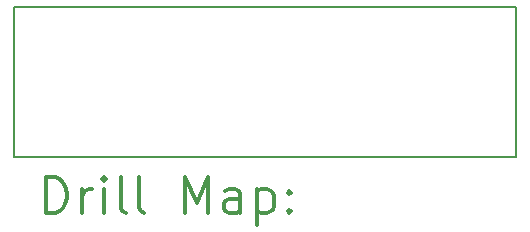
<source format=gbr>
%FSLAX45Y45*%
G04 Gerber Fmt 4.5, Leading zero omitted, Abs format (unit mm)*
G04 Created by KiCad (PCBNEW (5.0.2)-1) date 06/01/2019 14:15:32*
%MOMM*%
%LPD*%
G01*
G04 APERTURE LIST*
%ADD10C,0.200000*%
%ADD11C,0.300000*%
G04 APERTURE END LIST*
D10*
X14287500Y-9715500D02*
X10033000Y-9715500D01*
X10033000Y-8445500D02*
X14287500Y-8445500D01*
X10033000Y-8445500D02*
X10033000Y-9715500D01*
X14287500Y-9715500D02*
X14287500Y-8445500D01*
D10*
D11*
X10309428Y-10191214D02*
X10309428Y-9891214D01*
X10380857Y-9891214D01*
X10423714Y-9905500D01*
X10452286Y-9934072D01*
X10466571Y-9962643D01*
X10480857Y-10019786D01*
X10480857Y-10062643D01*
X10466571Y-10119786D01*
X10452286Y-10148357D01*
X10423714Y-10176929D01*
X10380857Y-10191214D01*
X10309428Y-10191214D01*
X10609428Y-10191214D02*
X10609428Y-9991214D01*
X10609428Y-10048357D02*
X10623714Y-10019786D01*
X10638000Y-10005500D01*
X10666571Y-9991214D01*
X10695143Y-9991214D01*
X10795143Y-10191214D02*
X10795143Y-9991214D01*
X10795143Y-9891214D02*
X10780857Y-9905500D01*
X10795143Y-9919786D01*
X10809428Y-9905500D01*
X10795143Y-9891214D01*
X10795143Y-9919786D01*
X10980857Y-10191214D02*
X10952286Y-10176929D01*
X10938000Y-10148357D01*
X10938000Y-9891214D01*
X11138000Y-10191214D02*
X11109428Y-10176929D01*
X11095143Y-10148357D01*
X11095143Y-9891214D01*
X11480857Y-10191214D02*
X11480857Y-9891214D01*
X11580857Y-10105500D01*
X11680857Y-9891214D01*
X11680857Y-10191214D01*
X11952286Y-10191214D02*
X11952286Y-10034072D01*
X11938000Y-10005500D01*
X11909428Y-9991214D01*
X11852286Y-9991214D01*
X11823714Y-10005500D01*
X11952286Y-10176929D02*
X11923714Y-10191214D01*
X11852286Y-10191214D01*
X11823714Y-10176929D01*
X11809428Y-10148357D01*
X11809428Y-10119786D01*
X11823714Y-10091214D01*
X11852286Y-10076929D01*
X11923714Y-10076929D01*
X11952286Y-10062643D01*
X12095143Y-9991214D02*
X12095143Y-10291214D01*
X12095143Y-10005500D02*
X12123714Y-9991214D01*
X12180857Y-9991214D01*
X12209428Y-10005500D01*
X12223714Y-10019786D01*
X12238000Y-10048357D01*
X12238000Y-10134072D01*
X12223714Y-10162643D01*
X12209428Y-10176929D01*
X12180857Y-10191214D01*
X12123714Y-10191214D01*
X12095143Y-10176929D01*
X12366571Y-10162643D02*
X12380857Y-10176929D01*
X12366571Y-10191214D01*
X12352286Y-10176929D01*
X12366571Y-10162643D01*
X12366571Y-10191214D01*
X12366571Y-10005500D02*
X12380857Y-10019786D01*
X12366571Y-10034072D01*
X12352286Y-10019786D01*
X12366571Y-10005500D01*
X12366571Y-10034072D01*
M02*

</source>
